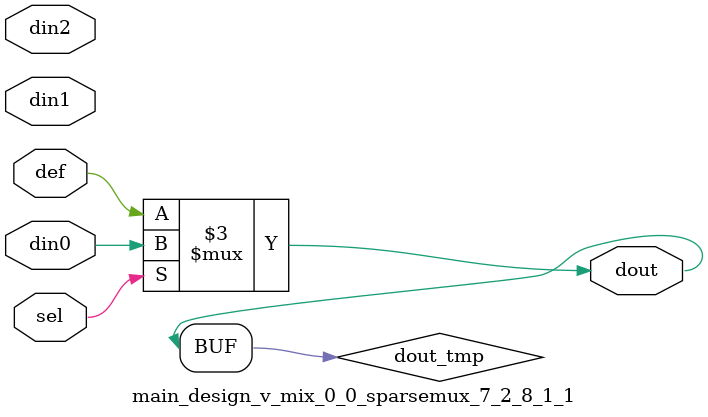
<source format=v>
`timescale 1ns / 1ps

module main_design_v_mix_0_0_sparsemux_7_2_8_1_1 (din0,din1,din2,def,sel,dout);

parameter din0_WIDTH = 1;

parameter din1_WIDTH = 1;

parameter din2_WIDTH = 1;

parameter def_WIDTH = 1;
parameter sel_WIDTH = 1;
parameter dout_WIDTH = 1;

parameter [sel_WIDTH-1:0] CASE0 = 1;

parameter [sel_WIDTH-1:0] CASE1 = 1;

parameter [sel_WIDTH-1:0] CASE2 = 1;

parameter ID = 1;
parameter NUM_STAGE = 1;



input [din0_WIDTH-1:0] din0;

input [din1_WIDTH-1:0] din1;

input [din2_WIDTH-1:0] din2;

input [def_WIDTH-1:0] def;
input [sel_WIDTH-1:0] sel;

output [dout_WIDTH-1:0] dout;



reg [dout_WIDTH-1:0] dout_tmp;


always @ (*) begin
(* parallel_case *) case (sel)
    
    CASE0 : dout_tmp = din0;
    
    CASE1 : dout_tmp = din1;
    
    CASE2 : dout_tmp = din2;
    
    default : dout_tmp = def;
endcase
end


assign dout = dout_tmp;



endmodule

</source>
